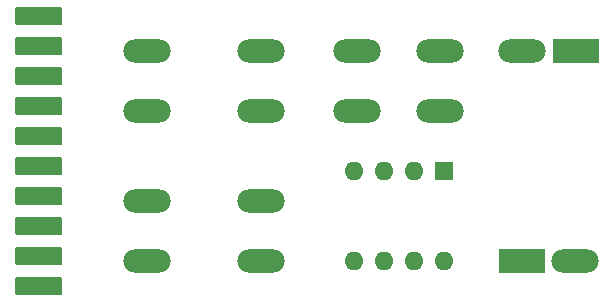
<source format=gbr>
G04 #@! TF.GenerationSoftware,KiCad,Pcbnew,5.1.5+dfsg1-2build2*
G04 #@! TF.CreationDate,2021-05-15T15:28:44-07:00*
G04 #@! TF.ProjectId,preamp-board-v5,70726561-6d70-42d6-926f-6172642d7635,rev?*
G04 #@! TF.SameCoordinates,Original*
G04 #@! TF.FileFunction,Soldermask,Bot*
G04 #@! TF.FilePolarity,Negative*
%FSLAX46Y46*%
G04 Gerber Fmt 4.6, Leading zero omitted, Abs format (unit mm)*
G04 Created by KiCad (PCBNEW 5.1.5+dfsg1-2build2) date 2021-05-15 15:28:44*
%MOMM*%
%LPD*%
G04 APERTURE LIST*
%ADD10R,4.000000X2.000000*%
%ADD11O,4.000000X2.000000*%
%ADD12C,0.100000*%
%ADD13R,1.600000X1.600000*%
%ADD14O,1.600000X1.600000*%
G04 APERTURE END LIST*
D10*
X678450000Y640715000D03*
D11*
X682950000Y640715000D03*
X678490000Y658495000D03*
D10*
X682990000Y658495000D03*
D11*
X664480000Y658495000D03*
X671480000Y658495000D03*
X671480000Y653415000D03*
X664480000Y653415000D03*
D12*
G36*
X639359925Y662181039D02*
G01*
X639379305Y662178164D01*
X639398310Y662173403D01*
X639416756Y662166803D01*
X639434468Y662158426D01*
X639451272Y662148354D01*
X639467009Y662136683D01*
X639481526Y662123526D01*
X639494683Y662109009D01*
X639506354Y662093272D01*
X639516426Y662076468D01*
X639524803Y662058756D01*
X639531403Y662040310D01*
X639536164Y662021305D01*
X639539039Y662001925D01*
X639540000Y661982356D01*
X639540000Y660857644D01*
X639539039Y660838075D01*
X639536164Y660818695D01*
X639531403Y660799690D01*
X639524803Y660781244D01*
X639516426Y660763532D01*
X639506354Y660746728D01*
X639494683Y660730991D01*
X639481526Y660716474D01*
X639467009Y660703317D01*
X639451272Y660691646D01*
X639434468Y660681574D01*
X639416756Y660673197D01*
X639398310Y660666597D01*
X639379305Y660661836D01*
X639359925Y660658961D01*
X639340356Y660658000D01*
X635739644Y660658000D01*
X635720075Y660658961D01*
X635700695Y660661836D01*
X635681690Y660666597D01*
X635663244Y660673197D01*
X635645532Y660681574D01*
X635628728Y660691646D01*
X635612991Y660703317D01*
X635598474Y660716474D01*
X635585317Y660730991D01*
X635573646Y660746728D01*
X635563574Y660763532D01*
X635555197Y660781244D01*
X635548597Y660799690D01*
X635543836Y660818695D01*
X635540961Y660838075D01*
X635540000Y660857644D01*
X635540000Y661982356D01*
X635540961Y662001925D01*
X635543836Y662021305D01*
X635548597Y662040310D01*
X635555197Y662058756D01*
X635563574Y662076468D01*
X635573646Y662093272D01*
X635585317Y662109009D01*
X635598474Y662123526D01*
X635612991Y662136683D01*
X635628728Y662148354D01*
X635645532Y662158426D01*
X635663244Y662166803D01*
X635681690Y662173403D01*
X635700695Y662178164D01*
X635720075Y662181039D01*
X635739644Y662182000D01*
X639340356Y662182000D01*
X639359925Y662181039D01*
G37*
G36*
X639359925Y659641039D02*
G01*
X639379305Y659638164D01*
X639398310Y659633403D01*
X639416756Y659626803D01*
X639434468Y659618426D01*
X639451272Y659608354D01*
X639467009Y659596683D01*
X639481526Y659583526D01*
X639494683Y659569009D01*
X639506354Y659553272D01*
X639516426Y659536468D01*
X639524803Y659518756D01*
X639531403Y659500310D01*
X639536164Y659481305D01*
X639539039Y659461925D01*
X639540000Y659442356D01*
X639540000Y658317644D01*
X639539039Y658298075D01*
X639536164Y658278695D01*
X639531403Y658259690D01*
X639524803Y658241244D01*
X639516426Y658223532D01*
X639506354Y658206728D01*
X639494683Y658190991D01*
X639481526Y658176474D01*
X639467009Y658163317D01*
X639451272Y658151646D01*
X639434468Y658141574D01*
X639416756Y658133197D01*
X639398310Y658126597D01*
X639379305Y658121836D01*
X639359925Y658118961D01*
X639340356Y658118000D01*
X635739644Y658118000D01*
X635720075Y658118961D01*
X635700695Y658121836D01*
X635681690Y658126597D01*
X635663244Y658133197D01*
X635645532Y658141574D01*
X635628728Y658151646D01*
X635612991Y658163317D01*
X635598474Y658176474D01*
X635585317Y658190991D01*
X635573646Y658206728D01*
X635563574Y658223532D01*
X635555197Y658241244D01*
X635548597Y658259690D01*
X635543836Y658278695D01*
X635540961Y658298075D01*
X635540000Y658317644D01*
X635540000Y659442356D01*
X635540961Y659461925D01*
X635543836Y659481305D01*
X635548597Y659500310D01*
X635555197Y659518756D01*
X635563574Y659536468D01*
X635573646Y659553272D01*
X635585317Y659569009D01*
X635598474Y659583526D01*
X635612991Y659596683D01*
X635628728Y659608354D01*
X635645532Y659618426D01*
X635663244Y659626803D01*
X635681690Y659633403D01*
X635700695Y659638164D01*
X635720075Y659641039D01*
X635739644Y659642000D01*
X639340356Y659642000D01*
X639359925Y659641039D01*
G37*
G36*
X639359925Y657101039D02*
G01*
X639379305Y657098164D01*
X639398310Y657093403D01*
X639416756Y657086803D01*
X639434468Y657078426D01*
X639451272Y657068354D01*
X639467009Y657056683D01*
X639481526Y657043526D01*
X639494683Y657029009D01*
X639506354Y657013272D01*
X639516426Y656996468D01*
X639524803Y656978756D01*
X639531403Y656960310D01*
X639536164Y656941305D01*
X639539039Y656921925D01*
X639540000Y656902356D01*
X639540000Y655777644D01*
X639539039Y655758075D01*
X639536164Y655738695D01*
X639531403Y655719690D01*
X639524803Y655701244D01*
X639516426Y655683532D01*
X639506354Y655666728D01*
X639494683Y655650991D01*
X639481526Y655636474D01*
X639467009Y655623317D01*
X639451272Y655611646D01*
X639434468Y655601574D01*
X639416756Y655593197D01*
X639398310Y655586597D01*
X639379305Y655581836D01*
X639359925Y655578961D01*
X639340356Y655578000D01*
X635739644Y655578000D01*
X635720075Y655578961D01*
X635700695Y655581836D01*
X635681690Y655586597D01*
X635663244Y655593197D01*
X635645532Y655601574D01*
X635628728Y655611646D01*
X635612991Y655623317D01*
X635598474Y655636474D01*
X635585317Y655650991D01*
X635573646Y655666728D01*
X635563574Y655683532D01*
X635555197Y655701244D01*
X635548597Y655719690D01*
X635543836Y655738695D01*
X635540961Y655758075D01*
X635540000Y655777644D01*
X635540000Y656902356D01*
X635540961Y656921925D01*
X635543836Y656941305D01*
X635548597Y656960310D01*
X635555197Y656978756D01*
X635563574Y656996468D01*
X635573646Y657013272D01*
X635585317Y657029009D01*
X635598474Y657043526D01*
X635612991Y657056683D01*
X635628728Y657068354D01*
X635645532Y657078426D01*
X635663244Y657086803D01*
X635681690Y657093403D01*
X635700695Y657098164D01*
X635720075Y657101039D01*
X635739644Y657102000D01*
X639340356Y657102000D01*
X639359925Y657101039D01*
G37*
G36*
X639359925Y654561039D02*
G01*
X639379305Y654558164D01*
X639398310Y654553403D01*
X639416756Y654546803D01*
X639434468Y654538426D01*
X639451272Y654528354D01*
X639467009Y654516683D01*
X639481526Y654503526D01*
X639494683Y654489009D01*
X639506354Y654473272D01*
X639516426Y654456468D01*
X639524803Y654438756D01*
X639531403Y654420310D01*
X639536164Y654401305D01*
X639539039Y654381925D01*
X639540000Y654362356D01*
X639540000Y653237644D01*
X639539039Y653218075D01*
X639536164Y653198695D01*
X639531403Y653179690D01*
X639524803Y653161244D01*
X639516426Y653143532D01*
X639506354Y653126728D01*
X639494683Y653110991D01*
X639481526Y653096474D01*
X639467009Y653083317D01*
X639451272Y653071646D01*
X639434468Y653061574D01*
X639416756Y653053197D01*
X639398310Y653046597D01*
X639379305Y653041836D01*
X639359925Y653038961D01*
X639340356Y653038000D01*
X635739644Y653038000D01*
X635720075Y653038961D01*
X635700695Y653041836D01*
X635681690Y653046597D01*
X635663244Y653053197D01*
X635645532Y653061574D01*
X635628728Y653071646D01*
X635612991Y653083317D01*
X635598474Y653096474D01*
X635585317Y653110991D01*
X635573646Y653126728D01*
X635563574Y653143532D01*
X635555197Y653161244D01*
X635548597Y653179690D01*
X635543836Y653198695D01*
X635540961Y653218075D01*
X635540000Y653237644D01*
X635540000Y654362356D01*
X635540961Y654381925D01*
X635543836Y654401305D01*
X635548597Y654420310D01*
X635555197Y654438756D01*
X635563574Y654456468D01*
X635573646Y654473272D01*
X635585317Y654489009D01*
X635598474Y654503526D01*
X635612991Y654516683D01*
X635628728Y654528354D01*
X635645532Y654538426D01*
X635663244Y654546803D01*
X635681690Y654553403D01*
X635700695Y654558164D01*
X635720075Y654561039D01*
X635739644Y654562000D01*
X639340356Y654562000D01*
X639359925Y654561039D01*
G37*
G36*
X639359925Y652021039D02*
G01*
X639379305Y652018164D01*
X639398310Y652013403D01*
X639416756Y652006803D01*
X639434468Y651998426D01*
X639451272Y651988354D01*
X639467009Y651976683D01*
X639481526Y651963526D01*
X639494683Y651949009D01*
X639506354Y651933272D01*
X639516426Y651916468D01*
X639524803Y651898756D01*
X639531403Y651880310D01*
X639536164Y651861305D01*
X639539039Y651841925D01*
X639540000Y651822356D01*
X639540000Y650697644D01*
X639539039Y650678075D01*
X639536164Y650658695D01*
X639531403Y650639690D01*
X639524803Y650621244D01*
X639516426Y650603532D01*
X639506354Y650586728D01*
X639494683Y650570991D01*
X639481526Y650556474D01*
X639467009Y650543317D01*
X639451272Y650531646D01*
X639434468Y650521574D01*
X639416756Y650513197D01*
X639398310Y650506597D01*
X639379305Y650501836D01*
X639359925Y650498961D01*
X639340356Y650498000D01*
X635739644Y650498000D01*
X635720075Y650498961D01*
X635700695Y650501836D01*
X635681690Y650506597D01*
X635663244Y650513197D01*
X635645532Y650521574D01*
X635628728Y650531646D01*
X635612991Y650543317D01*
X635598474Y650556474D01*
X635585317Y650570991D01*
X635573646Y650586728D01*
X635563574Y650603532D01*
X635555197Y650621244D01*
X635548597Y650639690D01*
X635543836Y650658695D01*
X635540961Y650678075D01*
X635540000Y650697644D01*
X635540000Y651822356D01*
X635540961Y651841925D01*
X635543836Y651861305D01*
X635548597Y651880310D01*
X635555197Y651898756D01*
X635563574Y651916468D01*
X635573646Y651933272D01*
X635585317Y651949009D01*
X635598474Y651963526D01*
X635612991Y651976683D01*
X635628728Y651988354D01*
X635645532Y651998426D01*
X635663244Y652006803D01*
X635681690Y652013403D01*
X635700695Y652018164D01*
X635720075Y652021039D01*
X635739644Y652022000D01*
X639340356Y652022000D01*
X639359925Y652021039D01*
G37*
G36*
X639359925Y649481039D02*
G01*
X639379305Y649478164D01*
X639398310Y649473403D01*
X639416756Y649466803D01*
X639434468Y649458426D01*
X639451272Y649448354D01*
X639467009Y649436683D01*
X639481526Y649423526D01*
X639494683Y649409009D01*
X639506354Y649393272D01*
X639516426Y649376468D01*
X639524803Y649358756D01*
X639531403Y649340310D01*
X639536164Y649321305D01*
X639539039Y649301925D01*
X639540000Y649282356D01*
X639540000Y648157644D01*
X639539039Y648138075D01*
X639536164Y648118695D01*
X639531403Y648099690D01*
X639524803Y648081244D01*
X639516426Y648063532D01*
X639506354Y648046728D01*
X639494683Y648030991D01*
X639481526Y648016474D01*
X639467009Y648003317D01*
X639451272Y647991646D01*
X639434468Y647981574D01*
X639416756Y647973197D01*
X639398310Y647966597D01*
X639379305Y647961836D01*
X639359925Y647958961D01*
X639340356Y647958000D01*
X635739644Y647958000D01*
X635720075Y647958961D01*
X635700695Y647961836D01*
X635681690Y647966597D01*
X635663244Y647973197D01*
X635645532Y647981574D01*
X635628728Y647991646D01*
X635612991Y648003317D01*
X635598474Y648016474D01*
X635585317Y648030991D01*
X635573646Y648046728D01*
X635563574Y648063532D01*
X635555197Y648081244D01*
X635548597Y648099690D01*
X635543836Y648118695D01*
X635540961Y648138075D01*
X635540000Y648157644D01*
X635540000Y649282356D01*
X635540961Y649301925D01*
X635543836Y649321305D01*
X635548597Y649340310D01*
X635555197Y649358756D01*
X635563574Y649376468D01*
X635573646Y649393272D01*
X635585317Y649409009D01*
X635598474Y649423526D01*
X635612991Y649436683D01*
X635628728Y649448354D01*
X635645532Y649458426D01*
X635663244Y649466803D01*
X635681690Y649473403D01*
X635700695Y649478164D01*
X635720075Y649481039D01*
X635739644Y649482000D01*
X639340356Y649482000D01*
X639359925Y649481039D01*
G37*
G36*
X639359925Y646941039D02*
G01*
X639379305Y646938164D01*
X639398310Y646933403D01*
X639416756Y646926803D01*
X639434468Y646918426D01*
X639451272Y646908354D01*
X639467009Y646896683D01*
X639481526Y646883526D01*
X639494683Y646869009D01*
X639506354Y646853272D01*
X639516426Y646836468D01*
X639524803Y646818756D01*
X639531403Y646800310D01*
X639536164Y646781305D01*
X639539039Y646761925D01*
X639540000Y646742356D01*
X639540000Y645617644D01*
X639539039Y645598075D01*
X639536164Y645578695D01*
X639531403Y645559690D01*
X639524803Y645541244D01*
X639516426Y645523532D01*
X639506354Y645506728D01*
X639494683Y645490991D01*
X639481526Y645476474D01*
X639467009Y645463317D01*
X639451272Y645451646D01*
X639434468Y645441574D01*
X639416756Y645433197D01*
X639398310Y645426597D01*
X639379305Y645421836D01*
X639359925Y645418961D01*
X639340356Y645418000D01*
X635739644Y645418000D01*
X635720075Y645418961D01*
X635700695Y645421836D01*
X635681690Y645426597D01*
X635663244Y645433197D01*
X635645532Y645441574D01*
X635628728Y645451646D01*
X635612991Y645463317D01*
X635598474Y645476474D01*
X635585317Y645490991D01*
X635573646Y645506728D01*
X635563574Y645523532D01*
X635555197Y645541244D01*
X635548597Y645559690D01*
X635543836Y645578695D01*
X635540961Y645598075D01*
X635540000Y645617644D01*
X635540000Y646742356D01*
X635540961Y646761925D01*
X635543836Y646781305D01*
X635548597Y646800310D01*
X635555197Y646818756D01*
X635563574Y646836468D01*
X635573646Y646853272D01*
X635585317Y646869009D01*
X635598474Y646883526D01*
X635612991Y646896683D01*
X635628728Y646908354D01*
X635645532Y646918426D01*
X635663244Y646926803D01*
X635681690Y646933403D01*
X635700695Y646938164D01*
X635720075Y646941039D01*
X635739644Y646942000D01*
X639340356Y646942000D01*
X639359925Y646941039D01*
G37*
G36*
X639359925Y644401039D02*
G01*
X639379305Y644398164D01*
X639398310Y644393403D01*
X639416756Y644386803D01*
X639434468Y644378426D01*
X639451272Y644368354D01*
X639467009Y644356683D01*
X639481526Y644343526D01*
X639494683Y644329009D01*
X639506354Y644313272D01*
X639516426Y644296468D01*
X639524803Y644278756D01*
X639531403Y644260310D01*
X639536164Y644241305D01*
X639539039Y644221925D01*
X639540000Y644202356D01*
X639540000Y643077644D01*
X639539039Y643058075D01*
X639536164Y643038695D01*
X639531403Y643019690D01*
X639524803Y643001244D01*
X639516426Y642983532D01*
X639506354Y642966728D01*
X639494683Y642950991D01*
X639481526Y642936474D01*
X639467009Y642923317D01*
X639451272Y642911646D01*
X639434468Y642901574D01*
X639416756Y642893197D01*
X639398310Y642886597D01*
X639379305Y642881836D01*
X639359925Y642878961D01*
X639340356Y642878000D01*
X635739644Y642878000D01*
X635720075Y642878961D01*
X635700695Y642881836D01*
X635681690Y642886597D01*
X635663244Y642893197D01*
X635645532Y642901574D01*
X635628728Y642911646D01*
X635612991Y642923317D01*
X635598474Y642936474D01*
X635585317Y642950991D01*
X635573646Y642966728D01*
X635563574Y642983532D01*
X635555197Y643001244D01*
X635548597Y643019690D01*
X635543836Y643038695D01*
X635540961Y643058075D01*
X635540000Y643077644D01*
X635540000Y644202356D01*
X635540961Y644221925D01*
X635543836Y644241305D01*
X635548597Y644260310D01*
X635555197Y644278756D01*
X635563574Y644296468D01*
X635573646Y644313272D01*
X635585317Y644329009D01*
X635598474Y644343526D01*
X635612991Y644356683D01*
X635628728Y644368354D01*
X635645532Y644378426D01*
X635663244Y644386803D01*
X635681690Y644393403D01*
X635700695Y644398164D01*
X635720075Y644401039D01*
X635739644Y644402000D01*
X639340356Y644402000D01*
X639359925Y644401039D01*
G37*
G36*
X639359925Y641861039D02*
G01*
X639379305Y641858164D01*
X639398310Y641853403D01*
X639416756Y641846803D01*
X639434468Y641838426D01*
X639451272Y641828354D01*
X639467009Y641816683D01*
X639481526Y641803526D01*
X639494683Y641789009D01*
X639506354Y641773272D01*
X639516426Y641756468D01*
X639524803Y641738756D01*
X639531403Y641720310D01*
X639536164Y641701305D01*
X639539039Y641681925D01*
X639540000Y641662356D01*
X639540000Y640537644D01*
X639539039Y640518075D01*
X639536164Y640498695D01*
X639531403Y640479690D01*
X639524803Y640461244D01*
X639516426Y640443532D01*
X639506354Y640426728D01*
X639494683Y640410991D01*
X639481526Y640396474D01*
X639467009Y640383317D01*
X639451272Y640371646D01*
X639434468Y640361574D01*
X639416756Y640353197D01*
X639398310Y640346597D01*
X639379305Y640341836D01*
X639359925Y640338961D01*
X639340356Y640338000D01*
X635739644Y640338000D01*
X635720075Y640338961D01*
X635700695Y640341836D01*
X635681690Y640346597D01*
X635663244Y640353197D01*
X635645532Y640361574D01*
X635628728Y640371646D01*
X635612991Y640383317D01*
X635598474Y640396474D01*
X635585317Y640410991D01*
X635573646Y640426728D01*
X635563574Y640443532D01*
X635555197Y640461244D01*
X635548597Y640479690D01*
X635543836Y640498695D01*
X635540961Y640518075D01*
X635540000Y640537644D01*
X635540000Y641662356D01*
X635540961Y641681925D01*
X635543836Y641701305D01*
X635548597Y641720310D01*
X635555197Y641738756D01*
X635563574Y641756468D01*
X635573646Y641773272D01*
X635585317Y641789009D01*
X635598474Y641803526D01*
X635612991Y641816683D01*
X635628728Y641828354D01*
X635645532Y641838426D01*
X635663244Y641846803D01*
X635681690Y641853403D01*
X635700695Y641858164D01*
X635720075Y641861039D01*
X635739644Y641862000D01*
X639340356Y641862000D01*
X639359925Y641861039D01*
G37*
G36*
X639359925Y639321039D02*
G01*
X639379305Y639318164D01*
X639398310Y639313403D01*
X639416756Y639306803D01*
X639434468Y639298426D01*
X639451272Y639288354D01*
X639467009Y639276683D01*
X639481526Y639263526D01*
X639494683Y639249009D01*
X639506354Y639233272D01*
X639516426Y639216468D01*
X639524803Y639198756D01*
X639531403Y639180310D01*
X639536164Y639161305D01*
X639539039Y639141925D01*
X639540000Y639122356D01*
X639540000Y637997644D01*
X639539039Y637978075D01*
X639536164Y637958695D01*
X639531403Y637939690D01*
X639524803Y637921244D01*
X639516426Y637903532D01*
X639506354Y637886728D01*
X639494683Y637870991D01*
X639481526Y637856474D01*
X639467009Y637843317D01*
X639451272Y637831646D01*
X639434468Y637821574D01*
X639416756Y637813197D01*
X639398310Y637806597D01*
X639379305Y637801836D01*
X639359925Y637798961D01*
X639340356Y637798000D01*
X635739644Y637798000D01*
X635720075Y637798961D01*
X635700695Y637801836D01*
X635681690Y637806597D01*
X635663244Y637813197D01*
X635645532Y637821574D01*
X635628728Y637831646D01*
X635612991Y637843317D01*
X635598474Y637856474D01*
X635585317Y637870991D01*
X635573646Y637886728D01*
X635563574Y637903532D01*
X635555197Y637921244D01*
X635548597Y637939690D01*
X635543836Y637958695D01*
X635540961Y637978075D01*
X635540000Y637997644D01*
X635540000Y639122356D01*
X635540961Y639141925D01*
X635543836Y639161305D01*
X635548597Y639180310D01*
X635555197Y639198756D01*
X635563574Y639216468D01*
X635573646Y639233272D01*
X635585317Y639249009D01*
X635598474Y639263526D01*
X635612991Y639276683D01*
X635628728Y639288354D01*
X635645532Y639298426D01*
X635663244Y639306803D01*
X635681690Y639313403D01*
X635700695Y639318164D01*
X635720075Y639321039D01*
X635739644Y639322000D01*
X639340356Y639322000D01*
X639359925Y639321039D01*
G37*
D11*
X646700000Y658495000D03*
X656320000Y658495000D03*
X656320000Y640715000D03*
X646700000Y640715000D03*
X646700000Y653415000D03*
X656320000Y653415000D03*
X656320000Y645795000D03*
X646700000Y645795000D03*
D13*
X671830000Y648335000D03*
D14*
X664210000Y640715000D03*
X669290000Y648335000D03*
X666750000Y640715000D03*
X666750000Y648335000D03*
X669290000Y640715000D03*
X664210000Y648335000D03*
X671830000Y640715000D03*
M02*

</source>
